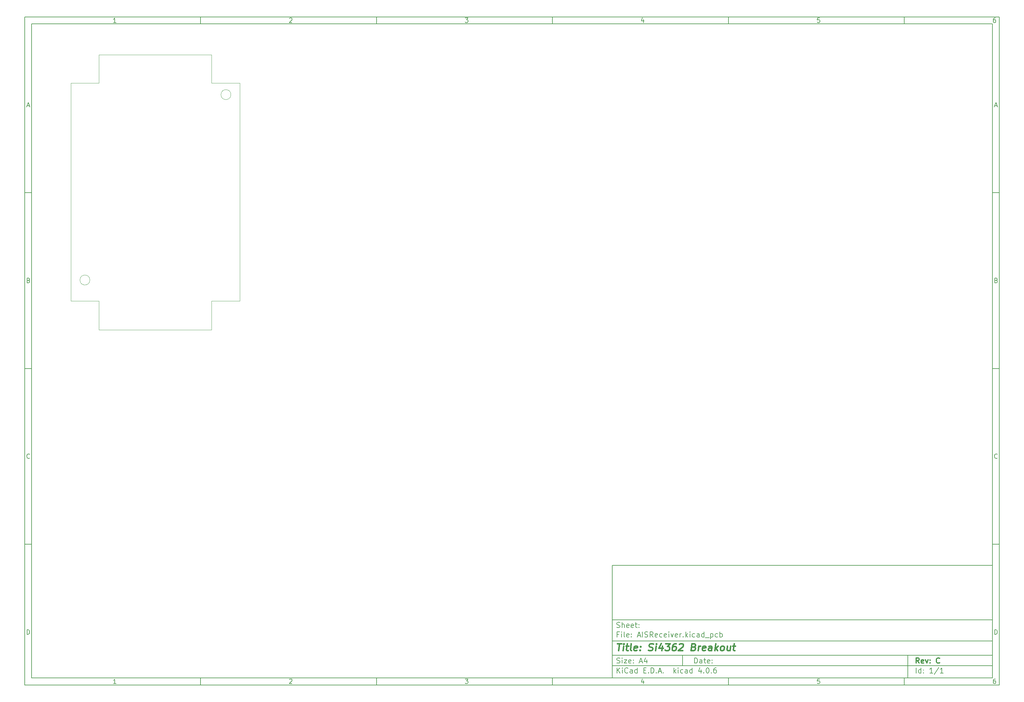
<source format=gbr>
G04 #@! TF.FileFunction,Profile,NP*
%FSLAX46Y46*%
G04 Gerber Fmt 4.6, Leading zero omitted, Abs format (unit mm)*
G04 Created by KiCad (PCBNEW 4.0.6) date 09/08/17 15:19:16*
%MOMM*%
%LPD*%
G01*
G04 APERTURE LIST*
%ADD10C,0.150000*%
%ADD11C,0.300000*%
%ADD12C,0.400000*%
%ADD13C,0.100000*%
G04 APERTURE END LIST*
D10*
X177002200Y-166007200D02*
X177002200Y-198007200D01*
X285002200Y-198007200D01*
X285002200Y-166007200D01*
X177002200Y-166007200D01*
X10000000Y-10000000D02*
X10000000Y-200007200D01*
X287002200Y-200007200D01*
X287002200Y-10000000D01*
X10000000Y-10000000D01*
X12000000Y-12000000D02*
X12000000Y-198007200D01*
X285002200Y-198007200D01*
X285002200Y-12000000D01*
X12000000Y-12000000D01*
X60000000Y-12000000D02*
X60000000Y-10000000D01*
X110000000Y-12000000D02*
X110000000Y-10000000D01*
X160000000Y-12000000D02*
X160000000Y-10000000D01*
X210000000Y-12000000D02*
X210000000Y-10000000D01*
X260000000Y-12000000D02*
X260000000Y-10000000D01*
X35990476Y-11588095D02*
X35247619Y-11588095D01*
X35619048Y-11588095D02*
X35619048Y-10288095D01*
X35495238Y-10473810D01*
X35371429Y-10597619D01*
X35247619Y-10659524D01*
X85247619Y-10411905D02*
X85309524Y-10350000D01*
X85433333Y-10288095D01*
X85742857Y-10288095D01*
X85866667Y-10350000D01*
X85928571Y-10411905D01*
X85990476Y-10535714D01*
X85990476Y-10659524D01*
X85928571Y-10845238D01*
X85185714Y-11588095D01*
X85990476Y-11588095D01*
X135185714Y-10288095D02*
X135990476Y-10288095D01*
X135557143Y-10783333D01*
X135742857Y-10783333D01*
X135866667Y-10845238D01*
X135928571Y-10907143D01*
X135990476Y-11030952D01*
X135990476Y-11340476D01*
X135928571Y-11464286D01*
X135866667Y-11526190D01*
X135742857Y-11588095D01*
X135371429Y-11588095D01*
X135247619Y-11526190D01*
X135185714Y-11464286D01*
X185866667Y-10721429D02*
X185866667Y-11588095D01*
X185557143Y-10226190D02*
X185247619Y-11154762D01*
X186052381Y-11154762D01*
X235928571Y-10288095D02*
X235309524Y-10288095D01*
X235247619Y-10907143D01*
X235309524Y-10845238D01*
X235433333Y-10783333D01*
X235742857Y-10783333D01*
X235866667Y-10845238D01*
X235928571Y-10907143D01*
X235990476Y-11030952D01*
X235990476Y-11340476D01*
X235928571Y-11464286D01*
X235866667Y-11526190D01*
X235742857Y-11588095D01*
X235433333Y-11588095D01*
X235309524Y-11526190D01*
X235247619Y-11464286D01*
X285866667Y-10288095D02*
X285619048Y-10288095D01*
X285495238Y-10350000D01*
X285433333Y-10411905D01*
X285309524Y-10597619D01*
X285247619Y-10845238D01*
X285247619Y-11340476D01*
X285309524Y-11464286D01*
X285371429Y-11526190D01*
X285495238Y-11588095D01*
X285742857Y-11588095D01*
X285866667Y-11526190D01*
X285928571Y-11464286D01*
X285990476Y-11340476D01*
X285990476Y-11030952D01*
X285928571Y-10907143D01*
X285866667Y-10845238D01*
X285742857Y-10783333D01*
X285495238Y-10783333D01*
X285371429Y-10845238D01*
X285309524Y-10907143D01*
X285247619Y-11030952D01*
X60000000Y-198007200D02*
X60000000Y-200007200D01*
X110000000Y-198007200D02*
X110000000Y-200007200D01*
X160000000Y-198007200D02*
X160000000Y-200007200D01*
X210000000Y-198007200D02*
X210000000Y-200007200D01*
X260000000Y-198007200D02*
X260000000Y-200007200D01*
X35990476Y-199595295D02*
X35247619Y-199595295D01*
X35619048Y-199595295D02*
X35619048Y-198295295D01*
X35495238Y-198481010D01*
X35371429Y-198604819D01*
X35247619Y-198666724D01*
X85247619Y-198419105D02*
X85309524Y-198357200D01*
X85433333Y-198295295D01*
X85742857Y-198295295D01*
X85866667Y-198357200D01*
X85928571Y-198419105D01*
X85990476Y-198542914D01*
X85990476Y-198666724D01*
X85928571Y-198852438D01*
X85185714Y-199595295D01*
X85990476Y-199595295D01*
X135185714Y-198295295D02*
X135990476Y-198295295D01*
X135557143Y-198790533D01*
X135742857Y-198790533D01*
X135866667Y-198852438D01*
X135928571Y-198914343D01*
X135990476Y-199038152D01*
X135990476Y-199347676D01*
X135928571Y-199471486D01*
X135866667Y-199533390D01*
X135742857Y-199595295D01*
X135371429Y-199595295D01*
X135247619Y-199533390D01*
X135185714Y-199471486D01*
X185866667Y-198728629D02*
X185866667Y-199595295D01*
X185557143Y-198233390D02*
X185247619Y-199161962D01*
X186052381Y-199161962D01*
X235928571Y-198295295D02*
X235309524Y-198295295D01*
X235247619Y-198914343D01*
X235309524Y-198852438D01*
X235433333Y-198790533D01*
X235742857Y-198790533D01*
X235866667Y-198852438D01*
X235928571Y-198914343D01*
X235990476Y-199038152D01*
X235990476Y-199347676D01*
X235928571Y-199471486D01*
X235866667Y-199533390D01*
X235742857Y-199595295D01*
X235433333Y-199595295D01*
X235309524Y-199533390D01*
X235247619Y-199471486D01*
X285866667Y-198295295D02*
X285619048Y-198295295D01*
X285495238Y-198357200D01*
X285433333Y-198419105D01*
X285309524Y-198604819D01*
X285247619Y-198852438D01*
X285247619Y-199347676D01*
X285309524Y-199471486D01*
X285371429Y-199533390D01*
X285495238Y-199595295D01*
X285742857Y-199595295D01*
X285866667Y-199533390D01*
X285928571Y-199471486D01*
X285990476Y-199347676D01*
X285990476Y-199038152D01*
X285928571Y-198914343D01*
X285866667Y-198852438D01*
X285742857Y-198790533D01*
X285495238Y-198790533D01*
X285371429Y-198852438D01*
X285309524Y-198914343D01*
X285247619Y-199038152D01*
X10000000Y-60000000D02*
X12000000Y-60000000D01*
X10000000Y-110000000D02*
X12000000Y-110000000D01*
X10000000Y-160000000D02*
X12000000Y-160000000D01*
X10690476Y-35216667D02*
X11309524Y-35216667D01*
X10566667Y-35588095D02*
X11000000Y-34288095D01*
X11433333Y-35588095D01*
X11092857Y-84907143D02*
X11278571Y-84969048D01*
X11340476Y-85030952D01*
X11402381Y-85154762D01*
X11402381Y-85340476D01*
X11340476Y-85464286D01*
X11278571Y-85526190D01*
X11154762Y-85588095D01*
X10659524Y-85588095D01*
X10659524Y-84288095D01*
X11092857Y-84288095D01*
X11216667Y-84350000D01*
X11278571Y-84411905D01*
X11340476Y-84535714D01*
X11340476Y-84659524D01*
X11278571Y-84783333D01*
X11216667Y-84845238D01*
X11092857Y-84907143D01*
X10659524Y-84907143D01*
X11402381Y-135464286D02*
X11340476Y-135526190D01*
X11154762Y-135588095D01*
X11030952Y-135588095D01*
X10845238Y-135526190D01*
X10721429Y-135402381D01*
X10659524Y-135278571D01*
X10597619Y-135030952D01*
X10597619Y-134845238D01*
X10659524Y-134597619D01*
X10721429Y-134473810D01*
X10845238Y-134350000D01*
X11030952Y-134288095D01*
X11154762Y-134288095D01*
X11340476Y-134350000D01*
X11402381Y-134411905D01*
X10659524Y-185588095D02*
X10659524Y-184288095D01*
X10969048Y-184288095D01*
X11154762Y-184350000D01*
X11278571Y-184473810D01*
X11340476Y-184597619D01*
X11402381Y-184845238D01*
X11402381Y-185030952D01*
X11340476Y-185278571D01*
X11278571Y-185402381D01*
X11154762Y-185526190D01*
X10969048Y-185588095D01*
X10659524Y-185588095D01*
X287002200Y-60000000D02*
X285002200Y-60000000D01*
X287002200Y-110000000D02*
X285002200Y-110000000D01*
X287002200Y-160000000D02*
X285002200Y-160000000D01*
X285692676Y-35216667D02*
X286311724Y-35216667D01*
X285568867Y-35588095D02*
X286002200Y-34288095D01*
X286435533Y-35588095D01*
X286095057Y-84907143D02*
X286280771Y-84969048D01*
X286342676Y-85030952D01*
X286404581Y-85154762D01*
X286404581Y-85340476D01*
X286342676Y-85464286D01*
X286280771Y-85526190D01*
X286156962Y-85588095D01*
X285661724Y-85588095D01*
X285661724Y-84288095D01*
X286095057Y-84288095D01*
X286218867Y-84350000D01*
X286280771Y-84411905D01*
X286342676Y-84535714D01*
X286342676Y-84659524D01*
X286280771Y-84783333D01*
X286218867Y-84845238D01*
X286095057Y-84907143D01*
X285661724Y-84907143D01*
X286404581Y-135464286D02*
X286342676Y-135526190D01*
X286156962Y-135588095D01*
X286033152Y-135588095D01*
X285847438Y-135526190D01*
X285723629Y-135402381D01*
X285661724Y-135278571D01*
X285599819Y-135030952D01*
X285599819Y-134845238D01*
X285661724Y-134597619D01*
X285723629Y-134473810D01*
X285847438Y-134350000D01*
X286033152Y-134288095D01*
X286156962Y-134288095D01*
X286342676Y-134350000D01*
X286404581Y-134411905D01*
X285661724Y-185588095D02*
X285661724Y-184288095D01*
X285971248Y-184288095D01*
X286156962Y-184350000D01*
X286280771Y-184473810D01*
X286342676Y-184597619D01*
X286404581Y-184845238D01*
X286404581Y-185030952D01*
X286342676Y-185278571D01*
X286280771Y-185402381D01*
X286156962Y-185526190D01*
X285971248Y-185588095D01*
X285661724Y-185588095D01*
X200359343Y-193785771D02*
X200359343Y-192285771D01*
X200716486Y-192285771D01*
X200930771Y-192357200D01*
X201073629Y-192500057D01*
X201145057Y-192642914D01*
X201216486Y-192928629D01*
X201216486Y-193142914D01*
X201145057Y-193428629D01*
X201073629Y-193571486D01*
X200930771Y-193714343D01*
X200716486Y-193785771D01*
X200359343Y-193785771D01*
X202502200Y-193785771D02*
X202502200Y-193000057D01*
X202430771Y-192857200D01*
X202287914Y-192785771D01*
X202002200Y-192785771D01*
X201859343Y-192857200D01*
X202502200Y-193714343D02*
X202359343Y-193785771D01*
X202002200Y-193785771D01*
X201859343Y-193714343D01*
X201787914Y-193571486D01*
X201787914Y-193428629D01*
X201859343Y-193285771D01*
X202002200Y-193214343D01*
X202359343Y-193214343D01*
X202502200Y-193142914D01*
X203002200Y-192785771D02*
X203573629Y-192785771D01*
X203216486Y-192285771D02*
X203216486Y-193571486D01*
X203287914Y-193714343D01*
X203430772Y-193785771D01*
X203573629Y-193785771D01*
X204645057Y-193714343D02*
X204502200Y-193785771D01*
X204216486Y-193785771D01*
X204073629Y-193714343D01*
X204002200Y-193571486D01*
X204002200Y-193000057D01*
X204073629Y-192857200D01*
X204216486Y-192785771D01*
X204502200Y-192785771D01*
X204645057Y-192857200D01*
X204716486Y-193000057D01*
X204716486Y-193142914D01*
X204002200Y-193285771D01*
X205359343Y-193642914D02*
X205430771Y-193714343D01*
X205359343Y-193785771D01*
X205287914Y-193714343D01*
X205359343Y-193642914D01*
X205359343Y-193785771D01*
X205359343Y-192857200D02*
X205430771Y-192928629D01*
X205359343Y-193000057D01*
X205287914Y-192928629D01*
X205359343Y-192857200D01*
X205359343Y-193000057D01*
X177002200Y-194507200D02*
X285002200Y-194507200D01*
X178359343Y-196585771D02*
X178359343Y-195085771D01*
X179216486Y-196585771D02*
X178573629Y-195728629D01*
X179216486Y-195085771D02*
X178359343Y-195942914D01*
X179859343Y-196585771D02*
X179859343Y-195585771D01*
X179859343Y-195085771D02*
X179787914Y-195157200D01*
X179859343Y-195228629D01*
X179930771Y-195157200D01*
X179859343Y-195085771D01*
X179859343Y-195228629D01*
X181430772Y-196442914D02*
X181359343Y-196514343D01*
X181145057Y-196585771D01*
X181002200Y-196585771D01*
X180787915Y-196514343D01*
X180645057Y-196371486D01*
X180573629Y-196228629D01*
X180502200Y-195942914D01*
X180502200Y-195728629D01*
X180573629Y-195442914D01*
X180645057Y-195300057D01*
X180787915Y-195157200D01*
X181002200Y-195085771D01*
X181145057Y-195085771D01*
X181359343Y-195157200D01*
X181430772Y-195228629D01*
X182716486Y-196585771D02*
X182716486Y-195800057D01*
X182645057Y-195657200D01*
X182502200Y-195585771D01*
X182216486Y-195585771D01*
X182073629Y-195657200D01*
X182716486Y-196514343D02*
X182573629Y-196585771D01*
X182216486Y-196585771D01*
X182073629Y-196514343D01*
X182002200Y-196371486D01*
X182002200Y-196228629D01*
X182073629Y-196085771D01*
X182216486Y-196014343D01*
X182573629Y-196014343D01*
X182716486Y-195942914D01*
X184073629Y-196585771D02*
X184073629Y-195085771D01*
X184073629Y-196514343D02*
X183930772Y-196585771D01*
X183645058Y-196585771D01*
X183502200Y-196514343D01*
X183430772Y-196442914D01*
X183359343Y-196300057D01*
X183359343Y-195871486D01*
X183430772Y-195728629D01*
X183502200Y-195657200D01*
X183645058Y-195585771D01*
X183930772Y-195585771D01*
X184073629Y-195657200D01*
X185930772Y-195800057D02*
X186430772Y-195800057D01*
X186645058Y-196585771D02*
X185930772Y-196585771D01*
X185930772Y-195085771D01*
X186645058Y-195085771D01*
X187287915Y-196442914D02*
X187359343Y-196514343D01*
X187287915Y-196585771D01*
X187216486Y-196514343D01*
X187287915Y-196442914D01*
X187287915Y-196585771D01*
X188002201Y-196585771D02*
X188002201Y-195085771D01*
X188359344Y-195085771D01*
X188573629Y-195157200D01*
X188716487Y-195300057D01*
X188787915Y-195442914D01*
X188859344Y-195728629D01*
X188859344Y-195942914D01*
X188787915Y-196228629D01*
X188716487Y-196371486D01*
X188573629Y-196514343D01*
X188359344Y-196585771D01*
X188002201Y-196585771D01*
X189502201Y-196442914D02*
X189573629Y-196514343D01*
X189502201Y-196585771D01*
X189430772Y-196514343D01*
X189502201Y-196442914D01*
X189502201Y-196585771D01*
X190145058Y-196157200D02*
X190859344Y-196157200D01*
X190002201Y-196585771D02*
X190502201Y-195085771D01*
X191002201Y-196585771D01*
X191502201Y-196442914D02*
X191573629Y-196514343D01*
X191502201Y-196585771D01*
X191430772Y-196514343D01*
X191502201Y-196442914D01*
X191502201Y-196585771D01*
X194502201Y-196585771D02*
X194502201Y-195085771D01*
X194645058Y-196014343D02*
X195073629Y-196585771D01*
X195073629Y-195585771D02*
X194502201Y-196157200D01*
X195716487Y-196585771D02*
X195716487Y-195585771D01*
X195716487Y-195085771D02*
X195645058Y-195157200D01*
X195716487Y-195228629D01*
X195787915Y-195157200D01*
X195716487Y-195085771D01*
X195716487Y-195228629D01*
X197073630Y-196514343D02*
X196930773Y-196585771D01*
X196645059Y-196585771D01*
X196502201Y-196514343D01*
X196430773Y-196442914D01*
X196359344Y-196300057D01*
X196359344Y-195871486D01*
X196430773Y-195728629D01*
X196502201Y-195657200D01*
X196645059Y-195585771D01*
X196930773Y-195585771D01*
X197073630Y-195657200D01*
X198359344Y-196585771D02*
X198359344Y-195800057D01*
X198287915Y-195657200D01*
X198145058Y-195585771D01*
X197859344Y-195585771D01*
X197716487Y-195657200D01*
X198359344Y-196514343D02*
X198216487Y-196585771D01*
X197859344Y-196585771D01*
X197716487Y-196514343D01*
X197645058Y-196371486D01*
X197645058Y-196228629D01*
X197716487Y-196085771D01*
X197859344Y-196014343D01*
X198216487Y-196014343D01*
X198359344Y-195942914D01*
X199716487Y-196585771D02*
X199716487Y-195085771D01*
X199716487Y-196514343D02*
X199573630Y-196585771D01*
X199287916Y-196585771D01*
X199145058Y-196514343D01*
X199073630Y-196442914D01*
X199002201Y-196300057D01*
X199002201Y-195871486D01*
X199073630Y-195728629D01*
X199145058Y-195657200D01*
X199287916Y-195585771D01*
X199573630Y-195585771D01*
X199716487Y-195657200D01*
X202216487Y-195585771D02*
X202216487Y-196585771D01*
X201859344Y-195014343D02*
X201502201Y-196085771D01*
X202430773Y-196085771D01*
X203002201Y-196442914D02*
X203073629Y-196514343D01*
X203002201Y-196585771D01*
X202930772Y-196514343D01*
X203002201Y-196442914D01*
X203002201Y-196585771D01*
X204002201Y-195085771D02*
X204145058Y-195085771D01*
X204287915Y-195157200D01*
X204359344Y-195228629D01*
X204430773Y-195371486D01*
X204502201Y-195657200D01*
X204502201Y-196014343D01*
X204430773Y-196300057D01*
X204359344Y-196442914D01*
X204287915Y-196514343D01*
X204145058Y-196585771D01*
X204002201Y-196585771D01*
X203859344Y-196514343D01*
X203787915Y-196442914D01*
X203716487Y-196300057D01*
X203645058Y-196014343D01*
X203645058Y-195657200D01*
X203716487Y-195371486D01*
X203787915Y-195228629D01*
X203859344Y-195157200D01*
X204002201Y-195085771D01*
X205145058Y-196442914D02*
X205216486Y-196514343D01*
X205145058Y-196585771D01*
X205073629Y-196514343D01*
X205145058Y-196442914D01*
X205145058Y-196585771D01*
X206502201Y-195085771D02*
X206216487Y-195085771D01*
X206073630Y-195157200D01*
X206002201Y-195228629D01*
X205859344Y-195442914D01*
X205787915Y-195728629D01*
X205787915Y-196300057D01*
X205859344Y-196442914D01*
X205930772Y-196514343D01*
X206073630Y-196585771D01*
X206359344Y-196585771D01*
X206502201Y-196514343D01*
X206573630Y-196442914D01*
X206645058Y-196300057D01*
X206645058Y-195942914D01*
X206573630Y-195800057D01*
X206502201Y-195728629D01*
X206359344Y-195657200D01*
X206073630Y-195657200D01*
X205930772Y-195728629D01*
X205859344Y-195800057D01*
X205787915Y-195942914D01*
X177002200Y-191507200D02*
X285002200Y-191507200D01*
D11*
X264216486Y-193785771D02*
X263716486Y-193071486D01*
X263359343Y-193785771D02*
X263359343Y-192285771D01*
X263930771Y-192285771D01*
X264073629Y-192357200D01*
X264145057Y-192428629D01*
X264216486Y-192571486D01*
X264216486Y-192785771D01*
X264145057Y-192928629D01*
X264073629Y-193000057D01*
X263930771Y-193071486D01*
X263359343Y-193071486D01*
X265430771Y-193714343D02*
X265287914Y-193785771D01*
X265002200Y-193785771D01*
X264859343Y-193714343D01*
X264787914Y-193571486D01*
X264787914Y-193000057D01*
X264859343Y-192857200D01*
X265002200Y-192785771D01*
X265287914Y-192785771D01*
X265430771Y-192857200D01*
X265502200Y-193000057D01*
X265502200Y-193142914D01*
X264787914Y-193285771D01*
X266002200Y-192785771D02*
X266359343Y-193785771D01*
X266716485Y-192785771D01*
X267287914Y-193642914D02*
X267359342Y-193714343D01*
X267287914Y-193785771D01*
X267216485Y-193714343D01*
X267287914Y-193642914D01*
X267287914Y-193785771D01*
X267287914Y-192857200D02*
X267359342Y-192928629D01*
X267287914Y-193000057D01*
X267216485Y-192928629D01*
X267287914Y-192857200D01*
X267287914Y-193000057D01*
X270002200Y-193642914D02*
X269930771Y-193714343D01*
X269716485Y-193785771D01*
X269573628Y-193785771D01*
X269359343Y-193714343D01*
X269216485Y-193571486D01*
X269145057Y-193428629D01*
X269073628Y-193142914D01*
X269073628Y-192928629D01*
X269145057Y-192642914D01*
X269216485Y-192500057D01*
X269359343Y-192357200D01*
X269573628Y-192285771D01*
X269716485Y-192285771D01*
X269930771Y-192357200D01*
X270002200Y-192428629D01*
D10*
X178287914Y-193714343D02*
X178502200Y-193785771D01*
X178859343Y-193785771D01*
X179002200Y-193714343D01*
X179073629Y-193642914D01*
X179145057Y-193500057D01*
X179145057Y-193357200D01*
X179073629Y-193214343D01*
X179002200Y-193142914D01*
X178859343Y-193071486D01*
X178573629Y-193000057D01*
X178430771Y-192928629D01*
X178359343Y-192857200D01*
X178287914Y-192714343D01*
X178287914Y-192571486D01*
X178359343Y-192428629D01*
X178430771Y-192357200D01*
X178573629Y-192285771D01*
X178930771Y-192285771D01*
X179145057Y-192357200D01*
X179787914Y-193785771D02*
X179787914Y-192785771D01*
X179787914Y-192285771D02*
X179716485Y-192357200D01*
X179787914Y-192428629D01*
X179859342Y-192357200D01*
X179787914Y-192285771D01*
X179787914Y-192428629D01*
X180359343Y-192785771D02*
X181145057Y-192785771D01*
X180359343Y-193785771D01*
X181145057Y-193785771D01*
X182287914Y-193714343D02*
X182145057Y-193785771D01*
X181859343Y-193785771D01*
X181716486Y-193714343D01*
X181645057Y-193571486D01*
X181645057Y-193000057D01*
X181716486Y-192857200D01*
X181859343Y-192785771D01*
X182145057Y-192785771D01*
X182287914Y-192857200D01*
X182359343Y-193000057D01*
X182359343Y-193142914D01*
X181645057Y-193285771D01*
X183002200Y-193642914D02*
X183073628Y-193714343D01*
X183002200Y-193785771D01*
X182930771Y-193714343D01*
X183002200Y-193642914D01*
X183002200Y-193785771D01*
X183002200Y-192857200D02*
X183073628Y-192928629D01*
X183002200Y-193000057D01*
X182930771Y-192928629D01*
X183002200Y-192857200D01*
X183002200Y-193000057D01*
X184787914Y-193357200D02*
X185502200Y-193357200D01*
X184645057Y-193785771D02*
X185145057Y-192285771D01*
X185645057Y-193785771D01*
X186787914Y-192785771D02*
X186787914Y-193785771D01*
X186430771Y-192214343D02*
X186073628Y-193285771D01*
X187002200Y-193285771D01*
X263359343Y-196585771D02*
X263359343Y-195085771D01*
X264716486Y-196585771D02*
X264716486Y-195085771D01*
X264716486Y-196514343D02*
X264573629Y-196585771D01*
X264287915Y-196585771D01*
X264145057Y-196514343D01*
X264073629Y-196442914D01*
X264002200Y-196300057D01*
X264002200Y-195871486D01*
X264073629Y-195728629D01*
X264145057Y-195657200D01*
X264287915Y-195585771D01*
X264573629Y-195585771D01*
X264716486Y-195657200D01*
X265430772Y-196442914D02*
X265502200Y-196514343D01*
X265430772Y-196585771D01*
X265359343Y-196514343D01*
X265430772Y-196442914D01*
X265430772Y-196585771D01*
X265430772Y-195657200D02*
X265502200Y-195728629D01*
X265430772Y-195800057D01*
X265359343Y-195728629D01*
X265430772Y-195657200D01*
X265430772Y-195800057D01*
X268073629Y-196585771D02*
X267216486Y-196585771D01*
X267645058Y-196585771D02*
X267645058Y-195085771D01*
X267502201Y-195300057D01*
X267359343Y-195442914D01*
X267216486Y-195514343D01*
X269787914Y-195014343D02*
X268502200Y-196942914D01*
X271073629Y-196585771D02*
X270216486Y-196585771D01*
X270645058Y-196585771D02*
X270645058Y-195085771D01*
X270502201Y-195300057D01*
X270359343Y-195442914D01*
X270216486Y-195514343D01*
X177002200Y-187507200D02*
X285002200Y-187507200D01*
D12*
X178454581Y-188211962D02*
X179597438Y-188211962D01*
X178776010Y-190211962D02*
X179026010Y-188211962D01*
X180014105Y-190211962D02*
X180180771Y-188878629D01*
X180264105Y-188211962D02*
X180156962Y-188307200D01*
X180240295Y-188402438D01*
X180347439Y-188307200D01*
X180264105Y-188211962D01*
X180240295Y-188402438D01*
X180847438Y-188878629D02*
X181609343Y-188878629D01*
X181216486Y-188211962D02*
X181002200Y-189926248D01*
X181073630Y-190116724D01*
X181252201Y-190211962D01*
X181442677Y-190211962D01*
X182395058Y-190211962D02*
X182216487Y-190116724D01*
X182145057Y-189926248D01*
X182359343Y-188211962D01*
X183930772Y-190116724D02*
X183728391Y-190211962D01*
X183347439Y-190211962D01*
X183168867Y-190116724D01*
X183097438Y-189926248D01*
X183192676Y-189164343D01*
X183311724Y-188973867D01*
X183514105Y-188878629D01*
X183895057Y-188878629D01*
X184073629Y-188973867D01*
X184145057Y-189164343D01*
X184121248Y-189354819D01*
X183145057Y-189545295D01*
X184895057Y-190021486D02*
X184978392Y-190116724D01*
X184871248Y-190211962D01*
X184787915Y-190116724D01*
X184895057Y-190021486D01*
X184871248Y-190211962D01*
X185026010Y-188973867D02*
X185109344Y-189069105D01*
X185002200Y-189164343D01*
X184918867Y-189069105D01*
X185026010Y-188973867D01*
X185002200Y-189164343D01*
X187264106Y-190116724D02*
X187537916Y-190211962D01*
X188014106Y-190211962D01*
X188216487Y-190116724D01*
X188323629Y-190021486D01*
X188442678Y-189831010D01*
X188466487Y-189640533D01*
X188395058Y-189450057D01*
X188311725Y-189354819D01*
X188133153Y-189259581D01*
X187764106Y-189164343D01*
X187585535Y-189069105D01*
X187502201Y-188973867D01*
X187430772Y-188783390D01*
X187454582Y-188592914D01*
X187573629Y-188402438D01*
X187680773Y-188307200D01*
X187883154Y-188211962D01*
X188359344Y-188211962D01*
X188633154Y-188307200D01*
X189252201Y-190211962D02*
X189418867Y-188878629D01*
X189502201Y-188211962D02*
X189395058Y-188307200D01*
X189478391Y-188402438D01*
X189585535Y-188307200D01*
X189502201Y-188211962D01*
X189478391Y-188402438D01*
X191228391Y-188878629D02*
X191061725Y-190211962D01*
X190847440Y-188116724D02*
X190192677Y-189545295D01*
X191430773Y-189545295D01*
X192168868Y-188211962D02*
X193406964Y-188211962D01*
X192645059Y-188973867D01*
X192930773Y-188973867D01*
X193109344Y-189069105D01*
X193192677Y-189164343D01*
X193264107Y-189354819D01*
X193204583Y-189831010D01*
X193085534Y-190021486D01*
X192978392Y-190116724D01*
X192776011Y-190211962D01*
X192204583Y-190211962D01*
X192026011Y-190116724D01*
X191942677Y-190021486D01*
X195121249Y-188211962D02*
X194740297Y-188211962D01*
X194537916Y-188307200D01*
X194430773Y-188402438D01*
X194204582Y-188688152D01*
X194061725Y-189069105D01*
X193966487Y-189831010D01*
X194037915Y-190021486D01*
X194121250Y-190116724D01*
X194299821Y-190211962D01*
X194680773Y-190211962D01*
X194883154Y-190116724D01*
X194990296Y-190021486D01*
X195109345Y-189831010D01*
X195168869Y-189354819D01*
X195097439Y-189164343D01*
X195014106Y-189069105D01*
X194835535Y-188973867D01*
X194454583Y-188973867D01*
X194252202Y-189069105D01*
X194145058Y-189164343D01*
X194026011Y-189354819D01*
X196049820Y-188402438D02*
X196156963Y-188307200D01*
X196359345Y-188211962D01*
X196835535Y-188211962D01*
X197014106Y-188307200D01*
X197097439Y-188402438D01*
X197168869Y-188592914D01*
X197145059Y-188783390D01*
X197014106Y-189069105D01*
X195728392Y-190211962D01*
X196966488Y-190211962D01*
X200145059Y-189164343D02*
X200418868Y-189259581D01*
X200502203Y-189354819D01*
X200573631Y-189545295D01*
X200537917Y-189831010D01*
X200418869Y-190021486D01*
X200311726Y-190116724D01*
X200109345Y-190211962D01*
X199347440Y-190211962D01*
X199597440Y-188211962D01*
X200264107Y-188211962D01*
X200442678Y-188307200D01*
X200526011Y-188402438D01*
X200597441Y-188592914D01*
X200573631Y-188783390D01*
X200454583Y-188973867D01*
X200347440Y-189069105D01*
X200145059Y-189164343D01*
X199478392Y-189164343D01*
X201347440Y-190211962D02*
X201514106Y-188878629D01*
X201466487Y-189259581D02*
X201585536Y-189069105D01*
X201692679Y-188973867D01*
X201895059Y-188878629D01*
X202085535Y-188878629D01*
X203359345Y-190116724D02*
X203156964Y-190211962D01*
X202776012Y-190211962D01*
X202597440Y-190116724D01*
X202526011Y-189926248D01*
X202621249Y-189164343D01*
X202740297Y-188973867D01*
X202942678Y-188878629D01*
X203323630Y-188878629D01*
X203502202Y-188973867D01*
X203573630Y-189164343D01*
X203549821Y-189354819D01*
X202573630Y-189545295D01*
X205156964Y-190211962D02*
X205287916Y-189164343D01*
X205216488Y-188973867D01*
X205037916Y-188878629D01*
X204656964Y-188878629D01*
X204454583Y-188973867D01*
X205168869Y-190116724D02*
X204966488Y-190211962D01*
X204490298Y-190211962D01*
X204311726Y-190116724D01*
X204240297Y-189926248D01*
X204264107Y-189735771D01*
X204383154Y-189545295D01*
X204585536Y-189450057D01*
X205061726Y-189450057D01*
X205264107Y-189354819D01*
X206109345Y-190211962D02*
X206359345Y-188211962D01*
X206395060Y-189450057D02*
X206871250Y-190211962D01*
X207037916Y-188878629D02*
X206180773Y-189640533D01*
X208014108Y-190211962D02*
X207835537Y-190116724D01*
X207752202Y-190021486D01*
X207680774Y-189831010D01*
X207752202Y-189259581D01*
X207871250Y-189069105D01*
X207978394Y-188973867D01*
X208180774Y-188878629D01*
X208466488Y-188878629D01*
X208645060Y-188973867D01*
X208728393Y-189069105D01*
X208799821Y-189259581D01*
X208728393Y-189831010D01*
X208609345Y-190021486D01*
X208502203Y-190116724D01*
X208299822Y-190211962D01*
X208014108Y-190211962D01*
X210561726Y-188878629D02*
X210395060Y-190211962D01*
X209704583Y-188878629D02*
X209573631Y-189926248D01*
X209645061Y-190116724D01*
X209823632Y-190211962D01*
X210109346Y-190211962D01*
X210311727Y-190116724D01*
X210418869Y-190021486D01*
X211228393Y-188878629D02*
X211990298Y-188878629D01*
X211597441Y-188211962D02*
X211383155Y-189926248D01*
X211454585Y-190116724D01*
X211633156Y-190211962D01*
X211823632Y-190211962D01*
D10*
X178859343Y-185600057D02*
X178359343Y-185600057D01*
X178359343Y-186385771D02*
X178359343Y-184885771D01*
X179073629Y-184885771D01*
X179645057Y-186385771D02*
X179645057Y-185385771D01*
X179645057Y-184885771D02*
X179573628Y-184957200D01*
X179645057Y-185028629D01*
X179716485Y-184957200D01*
X179645057Y-184885771D01*
X179645057Y-185028629D01*
X180573629Y-186385771D02*
X180430771Y-186314343D01*
X180359343Y-186171486D01*
X180359343Y-184885771D01*
X181716485Y-186314343D02*
X181573628Y-186385771D01*
X181287914Y-186385771D01*
X181145057Y-186314343D01*
X181073628Y-186171486D01*
X181073628Y-185600057D01*
X181145057Y-185457200D01*
X181287914Y-185385771D01*
X181573628Y-185385771D01*
X181716485Y-185457200D01*
X181787914Y-185600057D01*
X181787914Y-185742914D01*
X181073628Y-185885771D01*
X182430771Y-186242914D02*
X182502199Y-186314343D01*
X182430771Y-186385771D01*
X182359342Y-186314343D01*
X182430771Y-186242914D01*
X182430771Y-186385771D01*
X182430771Y-185457200D02*
X182502199Y-185528629D01*
X182430771Y-185600057D01*
X182359342Y-185528629D01*
X182430771Y-185457200D01*
X182430771Y-185600057D01*
X184216485Y-185957200D02*
X184930771Y-185957200D01*
X184073628Y-186385771D02*
X184573628Y-184885771D01*
X185073628Y-186385771D01*
X185573628Y-186385771D02*
X185573628Y-184885771D01*
X186216485Y-186314343D02*
X186430771Y-186385771D01*
X186787914Y-186385771D01*
X186930771Y-186314343D01*
X187002200Y-186242914D01*
X187073628Y-186100057D01*
X187073628Y-185957200D01*
X187002200Y-185814343D01*
X186930771Y-185742914D01*
X186787914Y-185671486D01*
X186502200Y-185600057D01*
X186359342Y-185528629D01*
X186287914Y-185457200D01*
X186216485Y-185314343D01*
X186216485Y-185171486D01*
X186287914Y-185028629D01*
X186359342Y-184957200D01*
X186502200Y-184885771D01*
X186859342Y-184885771D01*
X187073628Y-184957200D01*
X188573628Y-186385771D02*
X188073628Y-185671486D01*
X187716485Y-186385771D02*
X187716485Y-184885771D01*
X188287913Y-184885771D01*
X188430771Y-184957200D01*
X188502199Y-185028629D01*
X188573628Y-185171486D01*
X188573628Y-185385771D01*
X188502199Y-185528629D01*
X188430771Y-185600057D01*
X188287913Y-185671486D01*
X187716485Y-185671486D01*
X189787913Y-186314343D02*
X189645056Y-186385771D01*
X189359342Y-186385771D01*
X189216485Y-186314343D01*
X189145056Y-186171486D01*
X189145056Y-185600057D01*
X189216485Y-185457200D01*
X189359342Y-185385771D01*
X189645056Y-185385771D01*
X189787913Y-185457200D01*
X189859342Y-185600057D01*
X189859342Y-185742914D01*
X189145056Y-185885771D01*
X191145056Y-186314343D02*
X191002199Y-186385771D01*
X190716485Y-186385771D01*
X190573627Y-186314343D01*
X190502199Y-186242914D01*
X190430770Y-186100057D01*
X190430770Y-185671486D01*
X190502199Y-185528629D01*
X190573627Y-185457200D01*
X190716485Y-185385771D01*
X191002199Y-185385771D01*
X191145056Y-185457200D01*
X192359341Y-186314343D02*
X192216484Y-186385771D01*
X191930770Y-186385771D01*
X191787913Y-186314343D01*
X191716484Y-186171486D01*
X191716484Y-185600057D01*
X191787913Y-185457200D01*
X191930770Y-185385771D01*
X192216484Y-185385771D01*
X192359341Y-185457200D01*
X192430770Y-185600057D01*
X192430770Y-185742914D01*
X191716484Y-185885771D01*
X193073627Y-186385771D02*
X193073627Y-185385771D01*
X193073627Y-184885771D02*
X193002198Y-184957200D01*
X193073627Y-185028629D01*
X193145055Y-184957200D01*
X193073627Y-184885771D01*
X193073627Y-185028629D01*
X193645056Y-185385771D02*
X194002199Y-186385771D01*
X194359341Y-185385771D01*
X195502198Y-186314343D02*
X195359341Y-186385771D01*
X195073627Y-186385771D01*
X194930770Y-186314343D01*
X194859341Y-186171486D01*
X194859341Y-185600057D01*
X194930770Y-185457200D01*
X195073627Y-185385771D01*
X195359341Y-185385771D01*
X195502198Y-185457200D01*
X195573627Y-185600057D01*
X195573627Y-185742914D01*
X194859341Y-185885771D01*
X196216484Y-186385771D02*
X196216484Y-185385771D01*
X196216484Y-185671486D02*
X196287912Y-185528629D01*
X196359341Y-185457200D01*
X196502198Y-185385771D01*
X196645055Y-185385771D01*
X197145055Y-186242914D02*
X197216483Y-186314343D01*
X197145055Y-186385771D01*
X197073626Y-186314343D01*
X197145055Y-186242914D01*
X197145055Y-186385771D01*
X197859341Y-186385771D02*
X197859341Y-184885771D01*
X198002198Y-185814343D02*
X198430769Y-186385771D01*
X198430769Y-185385771D02*
X197859341Y-185957200D01*
X199073627Y-186385771D02*
X199073627Y-185385771D01*
X199073627Y-184885771D02*
X199002198Y-184957200D01*
X199073627Y-185028629D01*
X199145055Y-184957200D01*
X199073627Y-184885771D01*
X199073627Y-185028629D01*
X200430770Y-186314343D02*
X200287913Y-186385771D01*
X200002199Y-186385771D01*
X199859341Y-186314343D01*
X199787913Y-186242914D01*
X199716484Y-186100057D01*
X199716484Y-185671486D01*
X199787913Y-185528629D01*
X199859341Y-185457200D01*
X200002199Y-185385771D01*
X200287913Y-185385771D01*
X200430770Y-185457200D01*
X201716484Y-186385771D02*
X201716484Y-185600057D01*
X201645055Y-185457200D01*
X201502198Y-185385771D01*
X201216484Y-185385771D01*
X201073627Y-185457200D01*
X201716484Y-186314343D02*
X201573627Y-186385771D01*
X201216484Y-186385771D01*
X201073627Y-186314343D01*
X201002198Y-186171486D01*
X201002198Y-186028629D01*
X201073627Y-185885771D01*
X201216484Y-185814343D01*
X201573627Y-185814343D01*
X201716484Y-185742914D01*
X203073627Y-186385771D02*
X203073627Y-184885771D01*
X203073627Y-186314343D02*
X202930770Y-186385771D01*
X202645056Y-186385771D01*
X202502198Y-186314343D01*
X202430770Y-186242914D01*
X202359341Y-186100057D01*
X202359341Y-185671486D01*
X202430770Y-185528629D01*
X202502198Y-185457200D01*
X202645056Y-185385771D01*
X202930770Y-185385771D01*
X203073627Y-185457200D01*
X203430770Y-186528629D02*
X204573627Y-186528629D01*
X204930770Y-185385771D02*
X204930770Y-186885771D01*
X204930770Y-185457200D02*
X205073627Y-185385771D01*
X205359341Y-185385771D01*
X205502198Y-185457200D01*
X205573627Y-185528629D01*
X205645056Y-185671486D01*
X205645056Y-186100057D01*
X205573627Y-186242914D01*
X205502198Y-186314343D01*
X205359341Y-186385771D01*
X205073627Y-186385771D01*
X204930770Y-186314343D01*
X206930770Y-186314343D02*
X206787913Y-186385771D01*
X206502199Y-186385771D01*
X206359341Y-186314343D01*
X206287913Y-186242914D01*
X206216484Y-186100057D01*
X206216484Y-185671486D01*
X206287913Y-185528629D01*
X206359341Y-185457200D01*
X206502199Y-185385771D01*
X206787913Y-185385771D01*
X206930770Y-185457200D01*
X207573627Y-186385771D02*
X207573627Y-184885771D01*
X207573627Y-185457200D02*
X207716484Y-185385771D01*
X208002198Y-185385771D01*
X208145055Y-185457200D01*
X208216484Y-185528629D01*
X208287913Y-185671486D01*
X208287913Y-186100057D01*
X208216484Y-186242914D01*
X208145055Y-186314343D01*
X208002198Y-186385771D01*
X207716484Y-186385771D01*
X207573627Y-186314343D01*
X177002200Y-181507200D02*
X285002200Y-181507200D01*
X178287914Y-183614343D02*
X178502200Y-183685771D01*
X178859343Y-183685771D01*
X179002200Y-183614343D01*
X179073629Y-183542914D01*
X179145057Y-183400057D01*
X179145057Y-183257200D01*
X179073629Y-183114343D01*
X179002200Y-183042914D01*
X178859343Y-182971486D01*
X178573629Y-182900057D01*
X178430771Y-182828629D01*
X178359343Y-182757200D01*
X178287914Y-182614343D01*
X178287914Y-182471486D01*
X178359343Y-182328629D01*
X178430771Y-182257200D01*
X178573629Y-182185771D01*
X178930771Y-182185771D01*
X179145057Y-182257200D01*
X179787914Y-183685771D02*
X179787914Y-182185771D01*
X180430771Y-183685771D02*
X180430771Y-182900057D01*
X180359342Y-182757200D01*
X180216485Y-182685771D01*
X180002200Y-182685771D01*
X179859342Y-182757200D01*
X179787914Y-182828629D01*
X181716485Y-183614343D02*
X181573628Y-183685771D01*
X181287914Y-183685771D01*
X181145057Y-183614343D01*
X181073628Y-183471486D01*
X181073628Y-182900057D01*
X181145057Y-182757200D01*
X181287914Y-182685771D01*
X181573628Y-182685771D01*
X181716485Y-182757200D01*
X181787914Y-182900057D01*
X181787914Y-183042914D01*
X181073628Y-183185771D01*
X183002199Y-183614343D02*
X182859342Y-183685771D01*
X182573628Y-183685771D01*
X182430771Y-183614343D01*
X182359342Y-183471486D01*
X182359342Y-182900057D01*
X182430771Y-182757200D01*
X182573628Y-182685771D01*
X182859342Y-182685771D01*
X183002199Y-182757200D01*
X183073628Y-182900057D01*
X183073628Y-183042914D01*
X182359342Y-183185771D01*
X183502199Y-182685771D02*
X184073628Y-182685771D01*
X183716485Y-182185771D02*
X183716485Y-183471486D01*
X183787913Y-183614343D01*
X183930771Y-183685771D01*
X184073628Y-183685771D01*
X184573628Y-183542914D02*
X184645056Y-183614343D01*
X184573628Y-183685771D01*
X184502199Y-183614343D01*
X184573628Y-183542914D01*
X184573628Y-183685771D01*
X184573628Y-182757200D02*
X184645056Y-182828629D01*
X184573628Y-182900057D01*
X184502199Y-182828629D01*
X184573628Y-182757200D01*
X184573628Y-182900057D01*
X197002200Y-191507200D02*
X197002200Y-194507200D01*
X261002200Y-191507200D02*
X261002200Y-198007200D01*
D13*
X71145400Y-28803600D02*
X71145400Y-90779600D01*
X68617414Y-32104200D02*
G75*
G03X68617414Y-32104200I-1414214J0D01*
G01*
X63144400Y-28803600D02*
X71145400Y-28803600D01*
X63144400Y-20802600D02*
X63144400Y-28803600D01*
X31140400Y-20802600D02*
X63144400Y-20802600D01*
X31134400Y-20812600D02*
X31134400Y-28813600D01*
X23134400Y-28813600D02*
X31135400Y-28813600D01*
X23125400Y-28823600D02*
X23125400Y-90799600D01*
X28536614Y-84826600D02*
G75*
G03X28536614Y-84826600I-1414214J0D01*
G01*
X31115400Y-90829600D02*
X23114400Y-90829600D01*
X31122400Y-90926600D02*
X31122400Y-99036600D01*
X31140400Y-99034600D02*
X63144400Y-99034600D01*
X63144400Y-90779600D02*
X63144400Y-98844100D01*
X71145400Y-90779600D02*
X63144400Y-90779600D01*
X63144400Y-98526600D02*
X63144400Y-99034600D01*
X31122400Y-99036600D02*
X31242400Y-99036600D01*
X31122400Y-90826600D02*
X31122400Y-90996600D01*
M02*

</source>
